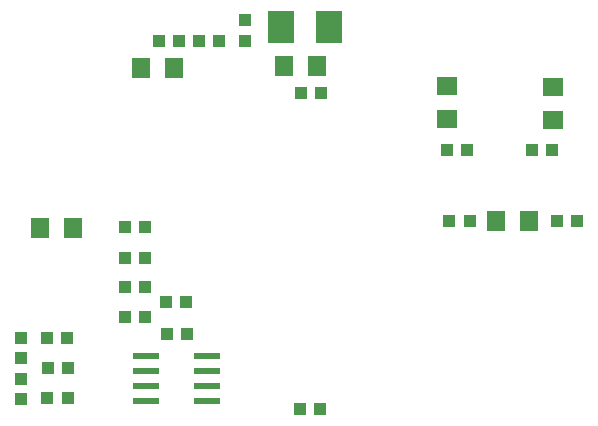
<source format=gbr>
G04 EAGLE Gerber RS-274X export*
G75*
%MOMM*%
%FSLAX34Y34*%
%LPD*%
%INSolderpaste Top*%
%IPPOS*%
%AMOC8*
5,1,8,0,0,1.08239X$1,22.5*%
G01*
%ADD10R,1.600000X1.800000*%
%ADD11R,1.100000X1.000000*%
%ADD12R,1.800000X1.600000*%
%ADD13R,1.000000X1.100000*%
%ADD14R,2.200000X0.600000*%
%ADD15R,2.286000X2.794000*%


D10*
X252900Y377500D03*
X280900Y377500D03*
D11*
X52400Y147200D03*
X69400Y147200D03*
D10*
X159900Y375300D03*
X131900Y375300D03*
D11*
X267300Y354000D03*
X284300Y354000D03*
D12*
X480500Y359600D03*
X480500Y331600D03*
X390500Y360100D03*
X390500Y332100D03*
D11*
X484100Y246000D03*
X501100Y246000D03*
X153500Y150200D03*
X170500Y150200D03*
D10*
X460100Y246300D03*
X432100Y246300D03*
D13*
X29800Y94800D03*
X29800Y111800D03*
D14*
X136000Y118850D03*
X188000Y118850D03*
X136000Y131550D03*
X136000Y106150D03*
X136000Y93450D03*
X188000Y131550D03*
X188000Y106150D03*
X188000Y93450D03*
D11*
X220200Y415700D03*
X220200Y398700D03*
D13*
X180600Y398000D03*
X197600Y398000D03*
X147100Y398000D03*
X164100Y398000D03*
X479900Y306000D03*
X462900Y306000D03*
X391000Y306200D03*
X408000Y306200D03*
X410000Y246000D03*
X393000Y246000D03*
D11*
X30000Y129900D03*
X30000Y146900D03*
D13*
X69800Y121800D03*
X52800Y121800D03*
X69600Y95800D03*
X52600Y95800D03*
X169800Y177000D03*
X152800Y177000D03*
D11*
X135400Y164200D03*
X118400Y164200D03*
X135400Y190000D03*
X118400Y190000D03*
D13*
X135400Y214800D03*
X118400Y214800D03*
X135400Y240600D03*
X118400Y240600D03*
D10*
X74200Y240100D03*
X46200Y240100D03*
D13*
X283500Y86400D03*
X266500Y86400D03*
D15*
X290960Y410200D03*
X250040Y410200D03*
M02*

</source>
